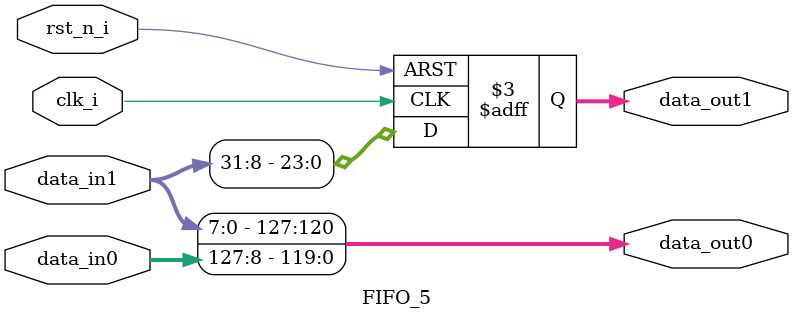
<source format=v>
module FIFO_5(
input clk_i,
input rst_n_i,
input wire [127:0]data_in0,
input wire [31:0]data_in1,
output wire [127:0]data_out0,
output reg [23:0]data_out1
);

always@(posedge clk_i or negedge rst_n_i)
begin
    if(!rst_n_i)
    begin
        data_out1 <= 0;
    end
    else
    begin
        data_out1 <= data_in1[31:8];
    end
end

assign data_out0 = { data_in1[7:0] , data_in0[127:8] };

endmodule

</source>
